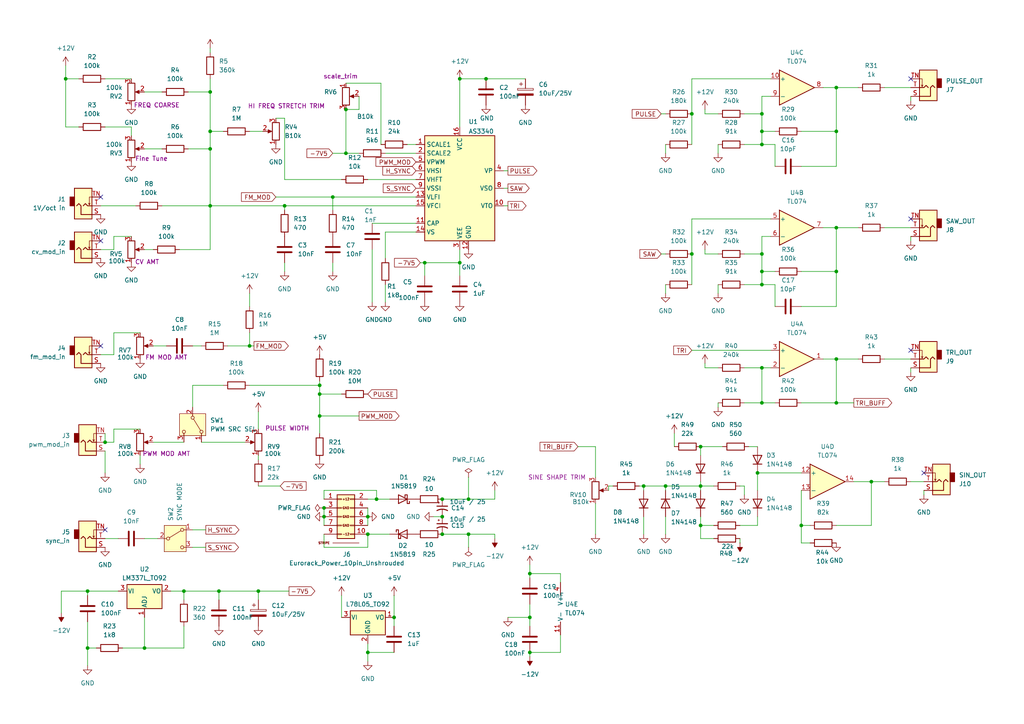
<source format=kicad_sch>
(kicad_sch (version 20231120) (generator "eeschema") (generator_version "8.0")
  (paper "A4")
  (title_block (title "3340 VCO") (date "2024-06-12") (rev "1") (company "Clandestine Circutry"))
  (junction (at 128.27 154.94))
  (junction (at 135.89 144.78))
  (junction (at 242.57 25.4))
  (junction (at 242.57 66.04))
  (junction (at 220.98 78.74))
  (junction (at 106.68 154.94))
  (junction (at 92.71 111.76))
  (junction (at 200.66 33.02))
  (junction (at 41.91 187.96))
  (junction (at 220.98 33.02))
  (junction (at 153.67 166.37))
  (junction (at 106.68 149.86))
  (junction (at 74.93 171.45))
  (junction (at 128.27 149.86))
  (junction (at 242.57 116.84))
  (junction (at 242.57 104.14))
  (junction (at 100.33 44.45))
  (junction (at 100.33 31.75))
  (junction (at 82.55 59.69))
  (junction (at 133.35 22.86))
  (junction (at 186.69 140.97))
  (junction (at 106.68 189.23))
  (junction (at 72.39 100.33))
  (junction (at 123.19 76.2))
  (junction (at 63.5 171.45))
  (junction (at 25.4 187.96))
  (junction (at 203.2 152.4))
  (junction (at 153.67 179.07))
  (junction (at 220.98 116.84))
  (junction (at 140.97 22.86))
  (junction (at 53.34 171.45))
  (junction (at 133.35 76.2))
  (junction (at 114.3 179.07))
  (junction (at 60.96 43.18))
  (junction (at 128.27 144.78))
  (junction (at 109.22 144.78))
  (junction (at 60.96 38.1))
  (junction (at 92.71 120.65))
  (junction (at 203.2 129.54))
  (junction (at 203.2 140.97))
  (junction (at 232.41 152.4))
  (junction (at 220.98 106.68))
  (junction (at 220.98 38.1))
  (junction (at 193.04 140.97))
  (junction (at 135.89 154.94))
  (junction (at 153.67 189.23))
  (junction (at 252.73 139.7))
  (junction (at 220.98 73.66))
  (junction (at 200.66 73.66))
  (junction (at 93.98 149.86))
  (junction (at 60.96 26.67))
  (junction (at 19.05 22.86))
  (junction (at 242.57 38.1))
  (junction (at 242.57 78.74))
  (junction (at 220.98 41.91))
  (junction (at 30.48 128.27))
  (junction (at 25.4 171.45))
  (junction (at 220.98 82.55))
  (junction (at 219.71 137.16))
  (junction (at 93.98 147.32))
  (junction (at 92.71 114.3))
  (junction (at 96.52 57.15))
  (junction (at 60.96 59.69))
  (no_connect (at 29.21 69.85))
  (no_connect (at 29.21 57.15))
  (no_connect (at 30.48 153.67))
  (no_connect (at 264.16 63.5))
  (no_connect (at 264.16 101.6))
  (no_connect (at 264.16 22.86))
  (no_connect (at 267.97 137.16))
  (no_connect (at 29.21 100.33))
  (wire (pts (xy 82.55 52.07) (xy 99.06 52.07)))
  (wire (pts (xy 200.66 22.86) (xy 223.52 22.86)))
  (wire (pts (xy 204.47 31.75) (xy 204.47 33.02)))
  (wire (pts (xy 29.21 102.87) (xy 33.02 102.87)))
  (wire (pts (xy 256.54 66.04) (xy 264.16 66.04)))
  (wire (pts (xy 41.91 43.18) (xy 46.99 43.18)))
  (wire (pts (xy 55.88 100.33) (xy 58.42 100.33)))
  (wire (pts (xy 74.93 140.97) (xy 81.28 140.97)))
  (wire (pts (xy 55.88 111.76) (xy 64.77 111.76)))
  (wire (pts (xy 111.76 44.45) (xy 120.65 44.45)))
  (wire (pts (xy 125.73 149.86) (xy 128.27 149.86)))
  (wire (pts (xy 104.14 31.75) (xy 104.14 27.94)))
  (wire (pts (xy 25.4 180.34) (xy 25.4 187.96)))
  (wire (pts (xy 106.68 189.23) (xy 114.3 189.23)))
  (wire (pts (xy 107.95 72.39) (xy 107.95 87.63)))
  (wire (pts (xy 92.71 120.65) (xy 104.14 120.65)))
  (wire (pts (xy 220.98 82.55) (xy 220.98 78.74)))
  (wire (pts (xy 215.9 33.02) (xy 220.98 33.02)))
  (wire (pts (xy 224.79 48.26) (xy 224.79 41.91)))
  (wire (pts (xy 220.98 38.1) (xy 220.98 33.02)))
  (wire (pts (xy 232.41 48.26) (xy 242.57 48.26)))
  (wire (pts (xy 186.69 140.97) (xy 193.04 140.97)))
  (wire (pts (xy 264.16 139.7) (xy 267.97 139.7)))
  (wire (pts (xy 92.71 120.65) (xy 92.71 125.73)))
  (wire (pts (xy 93.98 144.78) (xy 93.98 142.24)))
  (wire (pts (xy 63.5 171.45) (xy 63.5 173.99)))
  (wire (pts (xy 55.88 158.75) (xy 59.69 158.75)))
  (wire (pts (xy 30.48 36.83) (xy 38.1 36.83)))
  (wire (pts (xy 232.41 78.74) (xy 242.57 78.74)))
  (wire (pts (xy 252.73 139.7) (xy 256.54 139.7)))
  (wire (pts (xy 30.48 130.81) (xy 30.48 137.16)))
  (wire (pts (xy 93.98 158.75) (xy 106.68 158.75)))
  (wire (pts (xy 33.02 128.27) (xy 30.48 128.27)))
  (wire (pts (xy 72.39 100.33) (xy 72.39 96.52)))
  (wire (pts (xy 99.06 172.72) (xy 99.06 179.07)))
  (wire (pts (xy 200.66 73.66) (xy 200.66 63.5)))
  (wire (pts (xy 204.47 105.41) (xy 204.47 106.68)))
  (wire (pts (xy 19.05 22.86) (xy 22.86 22.86)))
  (wire (pts (xy 220.98 78.74) (xy 224.79 78.74)))
  (wire (pts (xy 135.89 144.78) (xy 143.51 144.78)))
  (wire (pts (xy 242.57 48.26) (xy 242.57 38.1)))
  (wire (pts (xy 200.66 73.66) (xy 200.66 82.55)))
  (wire (pts (xy 128.27 144.78) (xy 135.89 144.78)))
  (wire (pts (xy 219.71 137.16) (xy 219.71 142.24)))
  (wire (pts (xy 100.33 31.75) (xy 104.14 31.75)))
  (wire (pts (xy 147.32 179.07) (xy 153.67 179.07)))
  (wire (pts (xy 264.16 106.68) (xy 264.16 107.95)))
  (wire (pts (xy 220.98 106.68) (xy 223.52 106.68)))
  (wire (pts (xy 25.4 187.96) (xy 27.94 187.96)))
  (wire (pts (xy 44.45 128.27) (xy 53.34 128.27)))
  (wire (pts (xy 252.73 152.4) (xy 252.73 139.7)))
  (wire (pts (xy 220.98 68.58) (xy 223.52 68.58)))
  (wire (pts (xy 74.93 171.45) (xy 83.82 171.45)))
  (wire (pts (xy 133.35 72.39) (xy 133.35 76.2)))
  (wire (pts (xy 100.33 31.75) (xy 100.33 44.45)))
  (wire (pts (xy 29.21 72.39) (xy 33.02 72.39)))
  (wire (pts (xy 214.63 140.97) (xy 215.9 140.97)))
  (wire (pts (xy 147.32 49.53) (xy 146.05 49.53)))
  (wire (pts (xy 110.49 24.13) (xy 100.33 24.13)))
  (wire (pts (xy 82.55 76.2) (xy 82.55 78.74)))
  (wire (pts (xy 100.33 44.45) (xy 96.52 44.45)))
  (wire (pts (xy 191.77 33.02) (xy 193.04 33.02)))
  (wire (pts (xy 191.77 73.66) (xy 193.04 73.66)))
  (wire (pts (xy 193.04 140.97) (xy 193.04 142.24)))
  (wire (pts (xy 220.98 41.91) (xy 220.98 38.1)))
  (wire (pts (xy 153.67 179.07) (xy 153.67 181.61)))
  (wire (pts (xy 242.57 152.4) (xy 252.73 152.4)))
  (wire (pts (xy 41.91 179.07) (xy 41.91 187.96)))
  (wire (pts (xy 53.34 171.45) (xy 53.34 173.99)))
  (wire (pts (xy 82.55 60.96) (xy 82.55 59.69)))
  (wire (pts (xy 143.51 142.24) (xy 143.51 144.78)))
  (wire (pts (xy 96.52 76.2) (xy 96.52 78.74)))
  (wire (pts (xy 193.04 149.86) (xy 193.04 154.94)))
  (wire (pts (xy 22.86 36.83) (xy 19.05 36.83)))
  (wire (pts (xy 33.02 124.46) (xy 33.02 128.27)))
  (wire (pts (xy 60.96 43.18) (xy 60.96 38.1)))
  (wire (pts (xy 96.52 57.15) (xy 96.52 60.96)))
  (wire (pts (xy 128.27 154.94) (xy 135.89 154.94)))
  (wire (pts (xy 203.2 156.21) (xy 207.01 156.21)))
  (wire (pts (xy 60.96 26.67) (xy 60.96 22.86)))
  (wire (pts (xy 54.61 43.18) (xy 60.96 43.18)))
  (wire (pts (xy 93.98 149.86) (xy 93.98 152.4)))
  (wire (pts (xy 220.98 38.1) (xy 224.79 38.1)))
  (wire (pts (xy 208.28 82.55) (xy 208.28 85.09)))
  (wire (pts (xy 41.91 72.39) (xy 44.45 72.39)))
  (wire (pts (xy 120.65 67.31) (xy 111.76 67.31)))
  (wire (pts (xy 33.02 102.87) (xy 33.02 96.52)))
  (wire (pts (xy 167.64 129.54) (xy 172.72 129.54)))
  (wire (pts (xy 208.28 116.84) (xy 208.28 118.11)))
  (wire (pts (xy 256.54 104.14) (xy 264.16 104.14)))
  (wire (pts (xy 193.04 41.91) (xy 193.04 44.45)))
  (wire (pts (xy 111.76 82.55) (xy 111.76 87.63)))
  (wire (pts (xy 92.71 114.3) (xy 92.71 120.65)))
  (wire (pts (xy 215.9 41.91) (xy 220.98 41.91)))
  (wire (pts (xy 106.68 52.07) (xy 120.65 52.07)))
  (wire (pts (xy 152.4 22.86) (xy 140.97 22.86)))
  (wire (pts (xy 256.54 25.4) (xy 264.16 25.4)))
  (wire (pts (xy 118.11 41.91) (xy 120.65 41.91)))
  (wire (pts (xy 123.19 76.2) (xy 123.19 80.01)))
  (wire (pts (xy 186.69 149.86) (xy 186.69 154.94)))
  (wire (pts (xy 204.47 106.68) (xy 208.28 106.68)))
  (wire (pts (xy 242.57 25.4) (xy 238.76 25.4)))
  (wire (pts (xy 104.14 44.45) (xy 100.33 44.45)))
  (wire (pts (xy 33.02 68.58) (xy 38.1 68.58)))
  (wire (pts (xy 41.91 26.67) (xy 46.99 26.67)))
  (wire (pts (xy 140.97 22.86) (xy 133.35 22.86)))
  (wire (pts (xy 204.47 72.39) (xy 204.47 73.66)))
  (wire (pts (xy 242.57 78.74) (xy 242.57 66.04)))
  (wire (pts (xy 106.68 189.23) (xy 106.68 186.69)))
  (wire (pts (xy 153.67 166.37) (xy 153.67 163.83)))
  (wire (pts (xy 203.2 140.97) (xy 207.01 140.97)))
  (wire (pts (xy 29.21 59.69) (xy 39.37 59.69)))
  (wire (pts (xy 74.93 132.08) (xy 74.93 133.35)))
  (wire (pts (xy 153.67 175.26) (xy 153.67 179.07)))
  (wire (pts (xy 214.63 156.21) (xy 214.63 157.48)))
  (wire (pts (xy 92.71 111.76) (xy 92.71 114.3)))
  (wire (pts (xy 193.04 82.55) (xy 193.04 85.09)))
  (wire (pts (xy 55.88 153.67) (xy 59.69 153.67)))
  (wire (pts (xy 224.79 88.9) (xy 224.79 82.55)))
  (wire (pts (xy 264.16 27.94) (xy 264.16 29.21)))
  (wire (pts (xy 162.56 189.23) (xy 153.67 189.23)))
  (wire (pts (xy 203.2 129.54) (xy 209.55 129.54)))
  (wire (pts (xy 106.68 158.75) (xy 106.68 154.94)))
  (wire (pts (xy 19.05 36.83) (xy 19.05 22.86)))
  (wire (pts (xy 172.72 129.54) (xy 172.72 138.43)))
  (wire (pts (xy 267.97 142.24) (xy 267.97 143.51)))
  (wire (pts (xy 219.71 152.4) (xy 219.71 149.86)))
  (wire (pts (xy 40.64 132.08) (xy 40.64 134.62)))
  (wire (pts (xy 93.98 142.24) (xy 109.22 142.24)))
  (wire (pts (xy 72.39 85.09) (xy 72.39 88.9)))
  (wire (pts (xy 162.56 166.37) (xy 153.67 166.37)))
  (wire (pts (xy 114.3 179.07) (xy 114.3 181.61)))
  (wire (pts (xy 232.41 38.1) (xy 242.57 38.1)))
  (wire (pts (xy 242.57 116.84) (xy 242.57 104.14)))
  (wire (pts (xy 234.95 152.4) (xy 232.41 152.4)))
  (wire (pts (xy 204.47 73.66) (xy 208.28 73.66)))
  (wire (pts (xy 72.39 111.76) (xy 92.71 111.76)))
  (wire (pts (xy 120.65 59.69) (xy 82.55 59.69)))
  (wire (pts (xy 200.66 63.5) (xy 223.52 63.5)))
  (wire (pts (xy 203.2 129.54) (xy 203.2 132.08)))
  (wire (pts (xy 203.2 149.86) (xy 203.2 152.4)))
  (wire (pts (xy 220.98 106.68) (xy 220.98 116.84)))
  (wire (pts (xy 74.93 171.45) (xy 74.93 173.99)))
  (wire (pts (xy 114.3 172.72) (xy 114.3 179.07)))
  (wire (pts (xy 41.91 187.96) (xy 53.34 187.96)))
  (wire (pts (xy 203.2 152.4) (xy 203.2 156.21)))
  (wire (pts (xy 123.19 76.2) (xy 133.35 76.2)))
  (wire (pts (xy 40.64 124.46) (xy 33.02 124.46)))
  (wire (pts (xy 55.88 118.11) (xy 55.88 111.76)))
  (wire (pts (xy 17.78 171.45) (xy 25.4 171.45)))
  (wire (pts (xy 38.1 36.83) (xy 38.1 39.37)))
  (wire (pts (xy 111.76 67.31) (xy 111.76 74.93)))
  (wire (pts (xy 30.48 22.86) (xy 38.1 22.86)))
  (wire (pts (xy 92.71 114.3) (xy 99.06 114.3)))
  (wire (pts (xy 220.98 73.66) (xy 220.98 68.58)))
  (wire (pts (xy 215.9 116.84) (xy 220.98 116.84)))
  (wire (pts (xy 242.57 104.14) (xy 238.76 104.14)))
  (wire (pts (xy 60.96 38.1) (xy 64.77 38.1)))
  (wire (pts (xy 135.89 154.94) (xy 135.89 158.75)))
  (wire (pts (xy 60.96 13.97) (xy 60.96 15.24)))
  (wire (pts (xy 232.41 152.4) (xy 232.41 142.24)))
  (wire (pts (xy 25.4 171.45) (xy 25.4 172.72)))
  (wire (pts (xy 242.57 25.4) (xy 248.92 25.4)))
  (wire (pts (xy 133.35 80.01) (xy 133.35 76.2)))
  (wire (pts (xy 232.41 88.9) (xy 242.57 88.9)))
  (wire (pts (xy 220.98 27.94) (xy 223.52 27.94)))
  (wire (pts (xy 53.34 171.45) (xy 63.5 171.45)))
  (wire (pts (xy 46.99 59.69) (xy 60.96 59.69)))
  (wire (pts (xy 200.66 33.02) (xy 200.66 22.86)))
  (wire (pts (xy 176.53 140.97) (xy 177.8 140.97)))
  (wire (pts (xy 143.51 154.94) (xy 143.51 156.21)))
  (wire (pts (xy 186.69 140.97) (xy 186.69 142.24)))
  (wire (pts (xy 17.78 177.8) (xy 17.78 171.45)))
  (wire (pts (xy 204.47 33.02) (xy 208.28 33.02)))
  (wire (pts (xy 200.66 33.02) (xy 200.66 41.91)))
  (wire (pts (xy 41.91 156.21) (xy 45.72 156.21)))
  (wire (pts (xy 153.67 190.5) (xy 153.67 189.23)))
  (wire (pts (xy 80.01 57.15) (xy 96.52 57.15)))
  (wire (pts (xy 214.63 152.4) (xy 219.71 152.4)))
  (wire (pts (xy 224.79 41.91) (xy 220.98 41.91)))
  (wire (pts (xy 106.68 149.86) (xy 106.68 152.4)))
  (wire (pts (xy 82.55 52.07) (xy 82.55 34.29)))
  (wire (pts (xy 203.2 152.4) (xy 207.01 152.4)))
  (wire (pts (xy 25.4 187.96) (xy 25.4 193.04)))
  (wire (pts (xy 220.98 116.84) (xy 224.79 116.84)))
  (wire (pts (xy 153.67 167.64) (xy 153.67 166.37)))
  (wire (pts (xy 60.96 43.18) (xy 60.96 59.69)))
  (wire (pts (xy 162.56 168.91) (xy 162.56 166.37)))
  (wire (pts (xy 109.22 144.78) (xy 113.03 144.78)))
  (wire (pts (xy 74.93 119.38) (xy 74.93 124.46)))
  (wire (pts (xy 195.58 125.73) (xy 195.58 129.54)))
  (wire (pts (xy 162.56 184.15) (xy 162.56 189.23)))
  (wire (pts (xy 147.32 59.69) (xy 146.05 59.69)))
  (wire (pts (xy 232.41 116.84) (xy 242.57 116.84)))
  (wire (pts (xy 242.57 66.04) (xy 248.92 66.04)))
  (wire (pts (xy 107.95 64.77) (xy 120.65 64.77)))
  (wire (pts (xy 49.53 171.45) (xy 53.34 171.45)))
  (wire (pts (xy 172.72 146.05) (xy 172.72 154.94)))
  (wire (pts (xy 35.56 187.96) (xy 41.91 187.96)))
  (wire (pts (xy 82.55 34.29) (xy 80.01 34.29)))
  (wire (pts (xy 135.89 138.43) (xy 135.89 144.78)))
  (wire (pts (xy 242.57 66.04) (xy 238.76 66.04)))
  (wire (pts (xy 242.57 38.1) (xy 242.57 25.4)))
  (wire (pts (xy 72.39 100.33) (xy 73.66 100.33)))
  (wire (pts (xy 215.9 73.66) (xy 220.98 73.66)))
  (wire (pts (xy 93.98 154.94) (xy 93.98 158.75)))
  (wire (pts (xy 110.49 41.91) (xy 110.49 24.13)))
  (wire (pts (xy 219.71 137.16) (xy 232.41 137.16)))
  (wire (pts (xy 53.34 187.96) (xy 53.34 181.61)))
  (wire (pts (xy 33.02 72.39) (xy 33.02 68.58)))
  (wire (pts (xy 232.41 157.48) (xy 232.41 152.4)))
  (wire (pts (xy 106.68 154.94) (xy 113.03 154.94)))
  (wire (pts (xy 264.16 68.58) (xy 264.16 69.85)))
  (wire (pts (xy 220.98 33.02) (xy 220.98 27.94)))
  (wire (pts (xy 234.95 157.48) (xy 232.41 157.48)))
  (wire (pts (xy 185.42 140.97) (xy 186.69 140.97)))
  (wire (pts (xy 54.61 26.67) (xy 60.96 26.67)))
  (wire (pts (xy 203.2 140.97) (xy 203.2 142.24)))
  (wire (pts (xy 224.79 82.55) (xy 220.98 82.55)))
  (wire (pts (xy 200.66 101.6) (xy 223.52 101.6)))
  (wire (pts (xy 109.22 142.24) (xy 109.22 144.78)))
  (wire (pts (xy 147.32 54.61) (xy 146.05 54.61)))
  (wire (pts (xy 220.98 78.74) (xy 220.98 73.66)))
  (wire (pts (xy 33.02 96.52) (xy 40.64 96.52)))
  (wire (pts (xy 93.98 147.32) (xy 93.98 149.86)))
  (wire (pts (xy 25.4 171.45) (xy 34.29 171.45)))
  (wire (pts (xy 60.96 38.1) (xy 60.96 26.67)))
  (wire (pts (xy 60.96 59.69) (xy 60.96 72.39)))
  (wire (pts (xy 92.71 111.76) (xy 92.71 110.49)))
  (wire (pts (xy 203.2 140.97) (xy 193.04 140.97)))
  (wire (pts (xy 176.53 140.97) (xy 176.53 142.24)))
  (wire (pts (xy 63.5 171.45) (xy 74.93 171.45)))
  (wire (pts (xy 242.57 104.14) (xy 248.92 104.14)))
  (wire (pts (xy 217.17 129.54) (xy 219.71 129.54)))
  (wire (pts (xy 247.65 139.7) (xy 252.73 139.7)))
  (wire (pts (xy 19.05 19.05) (xy 19.05 22.86)))
  (wire (pts (xy 208.28 41.91) (xy 208.28 44.45)))
  (wire (pts (xy 52.07 72.39) (xy 60.96 72.39)))
  (wire (pts (xy 215.9 140.97) (xy 215.9 143.51)))
  (wire (pts (xy 44.45 100.33) (xy 48.26 100.33)))
  (wire (pts (xy 215.9 106.68) (xy 220.98 106.68)))
  (wire (pts (xy 30.48 156.21) (xy 34.29 156.21)))
  (wire (pts (xy 30.48 125.73) (xy 30.48 128.27)))
  (wire (pts (xy 82.55 59.69) (xy 60.96 59.69)))
  (wire (pts (xy 58.42 128.27) (xy 71.12 128.27)))
  (wire (pts (xy 242.57 116.84) (xy 247.65 116.84)))
  (wire (pts (xy 133.35 22.86) (xy 133.35 36.83)))
  (wire (pts (xy 66.04 100.33) (xy 72.39 100.33)))
  (wire (pts (xy 135.89 154.94) (xy 143.51 154.94)))
  (wire (pts (xy 109.22 144.78) (xy 106.68 144.78)))
  (wire (pts (xy 242.57 88.9) (xy 242.57 78.74)))
  (wire (pts (xy 203.2 139.7) (xy 203.2 140.97)))
  (wire (pts (xy 96.52 57.15) (xy 120.65 57.15)))
  (wire (pts (xy 72.39 38.1) (xy 76.2 38.1)))
  (wire (pts (xy 106.68 147.32) (xy 106.68 149.86)))
  (wire (pts (xy 121.92 76.2) (xy 123.19 76.2)))
  (wire (pts (xy 215.9 82.55) (xy 220.98 82.55)))
  (wire (pts (xy 106.68 191.77) (xy 106.68 189.23)))
  (global_label "H_SYNC" (shape output) (at 59.69 153.67 0) (property "Intersheetrefs" "${INTERSHEET_REFS}" (effects (hide yes))))
  (global_label "-7V5" (shape output) (at 83.82 171.45 0) (property "Intersheetrefs" "${INTERSHEET_REFS}" (effects (hide yes))))
  (global_label "PULSE" (shape input) (at 106.68 114.3 0) (property "Intersheetrefs" "${INTERSHEET_REFS}" (effects (hide yes))))
  (global_label "FM_MOD" (shape input) (at 80.01 57.15 180) (property "Intersheetrefs" "${INTERSHEET_REFS}" (effects (hide yes))))
  (global_label "-7V5" (shape input) (at 121.92 76.2 180) (property "Intersheetrefs" "${INTERSHEET_REFS}" (effects (hide yes))))
  (global_label "H_SYNC" (shape input) (at 120.65 49.53 180) (property "Intersheetrefs" "${INTERSHEET_REFS}" (effects (hide yes))))
  (global_label "PULSE" (shape output) (at 147.32 49.53 0) (property "Intersheetrefs" "${INTERSHEET_REFS}" (effects (hide yes))))
  (global_label "FM_MOD" (shape output) (at 73.66 100.33 0) (property "Intersheetrefs" "${INTERSHEET_REFS}" (effects (hide yes))))
  (global_label "TRI_BUFF" (shape output) (at 247.65 116.84 0) (property "Intersheetrefs" "${INTERSHEET_REFS}" (effects (hide yes))))
  (global_label "-7V5" (shape input) (at 81.28 140.97 0) (property "Intersheetrefs" "${INTERSHEET_REFS}" (effects (hide yes))))
  (global_label "SAW" (shape input) (at 191.77 73.66 180) (property "Intersheetrefs" "${INTERSHEET_REFS}" (effects (hide yes))))
  (global_label "PWM_MOD" (shape input) (at 120.65 46.99 180) (property "Intersheetrefs" "${INTERSHEET_REFS}" (effects (hide yes))))
  (global_label "TRI_BUFF" (shape input) (at 167.64 129.54 180) (property "Intersheetrefs" "${INTERSHEET_REFS}" (effects (hide yes))))
  (global_label "S_SYNC" (shape output) (at 59.69 158.75 0) (property "Intersheetrefs" "${INTERSHEET_REFS}" (effects (hide yes))))
  (global_label "S_SYNC" (shape input) (at 120.65 54.61 180) (property "Intersheetrefs" "${INTERSHEET_REFS}" (effects (hide yes))))
  (global_label "PULSE" (shape input) (at 191.77 33.02 180) (property "Intersheetrefs" "${INTERSHEET_REFS}" (effects (hide yes))))
  (global_label "TRI" (shape input) (at 200.66 101.6 180) (property "Intersheetrefs" "${INTERSHEET_REFS}" (effects (hide yes))))
  (global_label "-7V5" (shape input) (at 96.52 44.45 180) (property "Intersheetrefs" "${INTERSHEET_REFS}" (effects (hide yes))))
  (global_label "SAW" (shape output) (at 147.32 54.61 0) (property "Intersheetrefs" "${INTERSHEET_REFS}" (effects (hide yes))))
  (global_label "PWM_MOD" (shape output) (at 104.14 120.65 0) (property "Intersheetrefs" "${INTERSHEET_REFS}" (effects (hide yes))))
  (global_label "TRI" (shape output) (at 147.32 59.69 0) (property "Intersheetrefs" "${INTERSHEET_REFS}" (effects (hide yes))))
  (symbol (lib_id "PCM_4ms_Power-symbol:GND") (at 125.73 149.86 270) (unit 1)
    (property "Reference" "#PWR038" (effects (hide yes)))
    (property "Value" "GND" (at 121.92 149.8599 90) (effects (justify right)))
  )
  (symbol (lib_id "Amplifier_Operational:TL074") (at 240.03 139.7 0) (unit 4)
    (property "Reference" "U4" (at 240.03 129.54 0))
    (property "Value" "TL074" (at 240.03 132.08 0))
    (property "Footprint" "Package_SO:SO-14_3.9x8.65mm_P1.27mm" (effects (hide yes)))
    (property "Datasheet" "http://www.ti.com/lit/ds/symlink/tl071.pdf" (effects (hide yes)))
    (property "Description" "Quad Low-Noise JFET-Input Operational Amplifiers, DIP-14/SOIC-14" (effects (hide yes)))
  )
  (symbol (lib_id "Device:R") (at 238.76 152.4 90) (unit 1)
    (property "Reference" "R39" (at 238.76 146.05 90))
    (property "Value" "82k" (at 238.76 148.59 90))
    (property "Footprint" "Resistor_SMD:R_0805_2012Metric_Pad1.20x1.40mm_HandSolder" (effects (hide yes)))
    (property "Description" "Resistor" (effects (hide yes)))
  )
  (symbol (lib_id "Connector_Audio:AudioJack2_SwitchT") (at 25.4 128.27 0) (mirror x) (unit 1)
    (property "Reference" "J3" (at 20.32 126.3649 0) (effects (justify right)))
    (property "Value" "pwm_mod_in" (at 20.32 128.9049 0) (effects (justify right)))
    (property "Footprint" "mort_mix:PJ398SM" (effects (hide yes)))
    (property "Description" "Audio Jack, 2 Poles (Mono / TS), Switched T Pole (Normalling)" (effects (hide yes)))
  )
  (symbol (lib_id "PCM_4ms_Power-symbol:+12V") (at 204.47 72.39 0) (unit 1)
    (property "Reference" "#PWR046" (effects (hide yes)))
    (property "Value" "+12V" (at 204.47 67.31 0))
  )
  (symbol (lib_id "Device:R_Potentiometer") (at 40.64 100.33 0) (mirror x) (unit 1)
    (property "Reference" "RV7" (at 38.1 101.6001 0) (effects (justify right)))
    (property "Value" "100k" (at 38.862 103.632 0) (effects (justify right)))
    (property "Footprint" "mort_mix:Potentiometer_Alpha_RD901F-40-00D_Single_Vertical_withhole" (effects (hide yes)))
    (property "Description" "FM MOD AMT" (at 48.26 103.632 0))
  )
  (symbol (lib_id "Amplifier_Operational:TL074") (at 231.14 104.14 0) (unit 1)
    (property "Reference" "U4" (at 231.14 93.98 0))
    (property "Value" "TL074" (at 231.14 96.52 0))
    (property "Footprint" "Package_SO:SO-14_3.9x8.65mm_P1.27mm" (effects (hide yes)))
    (property "Datasheet" "http://www.ti.com/lit/ds/symlink/tl071.pdf" (effects (hide yes)))
    (property "Description" "Quad Low-Noise JFET-Input Operational Amplifiers, DIP-14/SOIC-14" (effects (hide yes)))
  )
  (symbol (lib_id "PCM_4ms_Power-symbol:GND") (at 172.72 154.94 0) (unit 1)
    (property "Reference" "#PWR058" (effects (hide yes)))
    (property "Value" "GND" (at 172.72 160.02 0))
  )
  (symbol (lib_id "PCM_4ms_Power-symbol:+12V") (at 133.35 22.86 0) (unit 1)
    (property "Reference" "#PWR011" (effects (hide yes)))
    (property "Value" "+12V" (at 133.35 17.78 0))
  )
  (symbol (lib_id "Device:R") (at 228.6 38.1 90) (unit 1)
    (property "Reference" "R29" (at 228.6 31.75 90))
    (property "Value" "100k" (at 228.6 34.29 90))
    (property "Footprint" "Resistor_SMD:R_0805_2012Metric_Pad1.20x1.40mm_HandSolder" (effects (hide yes)))
    (property "Description" "Resistor" (effects (hide yes)))
  )
  (symbol (lib_id "Device:R") (at 210.82 140.97 90) (unit 1)
    (property "Reference" "R46" (at 210.82 134.62 90))
    (property "Value" "1k" (at 210.82 137.16 90))
    (property "Footprint" "Resistor_SMD:R_0805_2012Metric_Pad1.20x1.40mm_HandSolder" (effects (hide yes)))
    (property "Description" "Resistor" (effects (hide yes)))
  )
  (symbol (lib_id "PCM_4ms_Power-symbol:GND") (at 193.04 44.45 0) (unit 1)
    (property "Reference" "#PWR042" (effects (hide yes)))
    (property "Value" "GND" (at 193.04 49.53 0))
  )
  (symbol (lib_id "power:PWR_FLAG") (at 93.98 147.32 90) (unit 1)
    (property "Reference" "#FLG03" (effects (hide yes)))
    (property "Value" "PWR_FLAG" (at 90.17 147.3199 90) (effects (justify left)))
    (property "Description" "Special symbol for telling ERC where power comes from" (effects (hide yes)))
  )
  (symbol (lib_id "Device:C") (at 96.52 72.39 0) (unit 1)
    (property "Reference" "C7" (at 100.33 71.1199 0) (effects (justify left)))
    (property "Value" "10nF" (at 100.33 73.6599 0) (effects (justify left)))
    (property "Footprint" "Capacitor_SMD:C_0805_2012Metric_Pad1.18x1.45mm_HandSolder" (effects (hide yes)))
    (property "Description" "Unpolarized capacitor" (effects (hide yes)))
  )
  (symbol (lib_id "PCM_4ms_Power-symbol:GND") (at 242.57 157.48 0) (unit 1)
    (property "Reference" "#PWR053" (effects (hide yes)))
    (property "Value" "GND" (at 242.57 162.56 0))
  )
  (symbol (lib_id "Regulator_Linear:LM337L_TO92") (at 41.91 171.45 0) (mirror x) (unit 1)
    (property "Reference" "U2" (at 41.91 165.1 0))
    (property "Value" "LM337L_TO92" (at 41.91 167.64 0))
    (property "Footprint" "Package_SO:SO-8_3.9x4.9mm_P1.27mm" (effects (hide yes)))
    (property "Datasheet" "http://www.ti.com/lit/ds/symlink/lm337l.pdf" (effects (hide yes)))
    (property "Description" "Negative 100mA 35V Adjustable Linear Regulator, TO-92" (effects (hide yes)))
  )
  (symbol (lib_id "Connector_Audio:AudioJack2_SwitchT") (at 24.13 102.87 0) (mirror x) (unit 1)
    (property "Reference" "J4" (at 19.05 100.9649 0) (effects (justify right)))
    (property "Value" "fm_mod_in" (at 19.05 103.5049 0) (effects (justify right)))
    (property "Footprint" "mort_mix:PJ398SM" (effects (hide yes)))
    (property "Description" "Audio Jack, 2 Poles (Mono / TS), Switched T Pole (Normalling)" (effects (hide yes)))
  )
  (symbol (lib_id "Device:R_Potentiometer") (at 172.72 142.24 0) (mirror x) (unit 1)
    (property "Reference" "RV10" (at 170.18 143.5101 0) (effects (justify right)))
    (property "Value" "B10k" (at 170.942 145.542 0) (effects (justify right)))
    (property "Footprint" "Potentiometer_THT:Potentiometer_Vishay_T73XX_Horizontal" (effects (hide yes)))
    (property "Description" "SINE SHAPE TRIM" (at 161.544 138.43 0))
  )
  (symbol (lib_id "PCM_4ms_Power-symbol:GND") (at 40.64 104.14 0) (unit 1)
    (property "Reference" "#PWR021" (effects (hide yes)))
    (property "Value" "GND" (at 40.64 109.22 0))
  )
  (symbol (lib_id "Device:R_Potentiometer") (at 80.01 38.1 180) (unit 1)
    (property "Reference" "RV4" (at 82.55 36.8299 0) (effects (justify right)))
    (property "Value" "B10k" (at 82.55 39.3699 0) (effects (justify right)))
    (property "Footprint" "Potentiometer_THT:Potentiometer_Vishay_T73XX_Horizontal" (effects (hide yes)))
    (property "Description" "HI FREQ STRETCH TRIM" (at 83.058 30.734 0))
  )
  (symbol (lib_id "Device:R") (at 252.73 25.4 90) (unit 1)
    (property "Reference" "R31" (at 252.73 19.05 90))
    (property "Value" "1k" (at 252.73 21.59 90))
    (property "Footprint" "Resistor_SMD:R_0805_2012Metric_Pad1.20x1.40mm_HandSolder" (effects (hide yes)))
    (property "Description" "Resistor" (effects (hide yes)))
  )
  (symbol (lib_id "Device:C") (at 63.5 177.8 180) (unit 1)
    (property "Reference" "C11" (at 67.31 176.5299 0) (effects (justify right)))
    (property "Value" "100nF" (at 67.31 179.0699 0) (effects (justify right)))
    (property "Footprint" "Capacitor_SMD:C_0805_2012Metric_Pad1.18x1.45mm_HandSolder" (effects (hide yes)))
    (property "Description" "Unpolarized capacitor" (effects (hide yes)))
  )
  (symbol (lib_id "PCM_4ms_Power-symbol:+12V") (at 60.96 13.97 0) (unit 1)
    (property "Reference" "#PWR05" (effects (hide yes)))
    (property "Value" "+12V" (effects (hide yes)))
  )
  (symbol (lib_id "power:PWR_FLAG") (at 135.89 138.43 0) (unit 1)
    (property "Reference" "#FLG01" (effects (hide yes)))
    (property "Value" "PWR_FLAG" (at 135.89 133.35 0))
    (property "Description" "Special symbol for telling ERC where power comes from" (effects (hide yes)))
  )
  (symbol (lib_id "PCM_4ms_Power-symbol:GND") (at 106.68 191.77 0) (unit 1)
    (property "Reference" "#PWR033" (effects (hide yes)))
    (property "Value" "GND" (at 106.68 196.85 0))
  )
  (symbol (lib_id "power:-12V") (at 17.78 177.8 180) (unit 1)
    (property "Reference" "#PWR030" (effects (hide yes)))
    (property "Value" "-12V" (at 17.78 182.88 0))
    (property "Description" "Power symbol creates a global label with name \"-12V\"" (effects (hide yes)))
  )
  (symbol (lib_id "PCM_4ms_Power-symbol:GND") (at 29.21 62.23 0) (unit 1)
    (property "Reference" "#PWR09" (effects (hide yes)))
    (property "Value" "GND" (at 29.21 67.31 0))
  )
  (symbol (lib_id "Connector_Audio:AudioJack2_SwitchT") (at 269.24 66.04 180) (unit 1)
    (property "Reference" "J8" (at 274.32 66.6751 0) (effects (justify right)))
    (property "Value" "SAW_OUT" (at 274.32 64.1351 0) (effects (justify right)))
    (property "Footprint" "mort_mix:PJ398SM" (effects (hide yes)))
    (property "Description" "Audio Jack, 2 Poles (Mono / TS), Switched T Pole (Normalling)" (effects (hide yes)))
  )
  (symbol (lib_id "PCM_4ms_Capacitor:47uF_5x5.3_16V") (at 128.27 152.4 0) (unit 1)
    (property "Reference" "C15" (at 130.81 152.4 0) (effects (justify left)))
    (property "Value" "10uF / 25" (at 135.636 150.622 0))
    (property "Footprint" "Capacitor_THT:CP_Radial_D4.0mm_P2.00mm" (effects (hide yes)))
    (property "Description" "47uF, 16V, 20%, 5.00mmD*5.30mmH, 2000Hrs@85℃" (effects (hide yes)))
    (property "Specifications" "47uF, 16V, 20%, 5.00mmD*5.30mmH, 2000Hrs@85℃" (effects (hide yes)))
    (property "Manufacturer" "Lelon" (effects (hide yes)))
    (property "Part Number" "VE-470M1CTR-0505" (effects (hide yes)))
    (property "Display" "47uF/16V" (effects (hide yes)))
    (property "JLCPCB ID" "C134798" (effects (hide yes)))
  )
  (symbol (lib_id "Device:R") (at 50.8 43.18 90) (unit 1)
    (property "Reference" "R6" (at 50.8 36.83 90))
    (property "Value" "100k" (at 50.8 39.37 90))
    (property "Footprint" "Resistor_SMD:R_0805_2012Metric_Pad1.20x1.40mm_HandSolder" (effects (hide yes)))
    (property "Description" "Resistor" (effects (hide yes)))
  )
  (symbol (lib_id "Device:R") (at 212.09 33.02 90) (unit 1)
    (property "Reference" "R30" (at 212.09 26.67 90))
    (property "Value" "240k" (at 212.09 29.21 90))
    (property "Footprint" "Resistor_SMD:R_0805_2012Metric_Pad1.20x1.40mm_HandSolder" (effects (hide yes)))
    (property "Description" "Resistor" (effects (hide yes)))
  )
  (symbol (lib_id "Device:R_Potentiometer") (at 40.64 128.27 0) (mirror x) (unit 1)
    (property "Reference" "RV8" (at 38.1 129.5401 0) (effects (justify right)))
    (property "Value" "100k" (at 38.862 131.572 0) (effects (justify right)))
    (property "Footprint" "mort_mix:Potentiometer_Alpha_RD901F-40-00D_Single_Vertical_withhole" (effects (hide yes)))
    (property "Description" "PWM MOD AMT" (at 48.26 131.572 0))
  )
  (symbol (lib_id "Device:R") (at 212.09 116.84 90) (unit 1)
    (property "Reference" "R41" (at 212.09 110.49 90))
    (property "Value" "91k" (at 212.09 113.03 90))
    (property "Footprint" "Resistor_SMD:R_0805_2012Metric_Pad1.20x1.40mm_HandSolder" (effects (hide yes)))
    (property "Description" "Resistor" (effects (hide yes)))
  )
  (symbol (lib_id "Device:R") (at 252.73 66.04 90) (unit 1)
    (property "Reference" "R37" (at 252.73 59.69 90))
    (property "Value" "1k" (at 252.73 62.23 90))
    (property "Footprint" "Resistor_SMD:R_0805_2012Metric_Pad1.20x1.40mm_HandSolder" (effects (hide yes)))
    (property "Description" "Resistor" (effects (hide yes)))
  )
  (symbol (lib_id "Device:R") (at 60.96 19.05 180) (unit 1)
    (property "Reference" "R5" (at 63.5 17.7799 0) (effects (justify right)))
    (property "Value" "360k" (at 63.5 20.3199 0) (effects (justify right)))
    (property "Footprint" "Resistor_SMD:R_0805_2012Metric_Pad1.20x1.40mm_HandSolder" (effects (hide yes)))
    (property "Description" "Resistor" (effects (hide yes)))
  )
  (symbol (lib_id "Device:R") (at 228.6 78.74 90) (unit 1)
    (property "Reference" "R36" (at 228.6 72.39 90))
    (property "Value" "100k" (at 228.6 74.93 90))
    (property "Footprint" "Resistor_SMD:R_0805_2012Metric_Pad1.20x1.40mm_HandSolder" (effects (hide yes)))
    (property "Description" "Resistor" (effects (hide yes)))
  )
  (symbol (lib_id "PCM_4ms_Power-symbol:GND") (at 29.21 105.41 0) (unit 1)
    (property "Reference" "#PWR020" (effects (hide yes)))
    (property "Value" "GND" (at 29.21 110.49 0))
  )
  (symbol (lib_id "PCM_4ms_Power-symbol:GND") (at 133.35 87.63 0) (unit 1)
    (property "Reference" "#PWR016" (effects (hide yes)))
    (property "Value" "GND" (at 133.35 92.71 0))
  )
  (symbol (lib_id "PCM_4ms_Power-symbol:GND") (at 107.95 87.63 0) (unit 1)
    (property "Reference" "#PWR02" (effects (hide yes)))
    (property "Value" "GND" (at 107.95 92.71 0))
  )
  (symbol (lib_id "Device:R") (at 228.6 116.84 90) (unit 1)
    (property "Reference" "R42" (at 228.6 110.49 90))
    (property "Value" "100k" (at 228.6 113.03 90))
    (property "Footprint" "Resistor_SMD:R_0805_2012Metric_Pad1.20x1.40mm_HandSolder" (effects (hide yes)))
    (property "Description" "Resistor" (effects (hide yes)))
  )
  (symbol (lib_id "Device:R_Potentiometer") (at 38.1 72.39 0) (mirror x) (unit 1)
    (property "Reference" "RV5" (at 35.56 73.6601 0) (effects (justify right)))
    (property "Value" "100k" (at 36.322 75.692 0) (effects (justify right)))
    (property "Footprint" "mort_mix:Potentiometer_Alpha_RD901F-40-00D_Single_Vertical_withhole" (effects (hide yes)))
    (property "Description" "CV AMT" (at 42.672 75.946 0))
  )
  (symbol (lib_id "Connector_Audio:AudioJack2_SwitchT") (at 25.4 156.21 0) (mirror x) (unit 1)
    (property "Reference" "J5" (at 20.32 154.3049 0) (effects (justify right)))
    (property "Value" "sync_in" (at 20.32 156.8449 0) (effects (justify right)))
    (property "Footprint" "mort_mix:PJ398SM" (effects (hide yes)))
    (property "Description" "Audio Jack, 2 Poles (Mono / TS), Switched T Pole (Normalling)" (effects (hide yes)))
  )
  (symbol (lib_id "PCM_4ms_Power-symbol:GND") (at 106.68 149.86 90) (unit 1)
    (property "Reference" "#PWR037" (effects (hide yes)))
    (property "Value" "GND" (at 110.49 149.8599 90) (effects (justify right)))
  )
  (symbol (lib_id "Device:R") (at 196.85 41.91 90) (mirror x) (unit 1)
    (property "Reference" "R27" (at 196.85 35.56 90))
    (property "Value" "100k" (at 196.85 38.1 90))
    (property "Footprint" "Resistor_SMD:R_0805_2012Metric_Pad1.20x1.40mm_HandSolder" (effects (hide yes)))
    (property "Description" "Resistor" (effects (hide yes)))
  )
  (symbol (lib_id "Device:R") (at 102.87 52.07 90) (unit 1)
    (property "Reference" "R12" (at 102.87 45.72 90))
    (property "Value" "10k" (at 102.87 48.26 90))
    (property "Footprint" "Resistor_SMD:R_0805_2012Metric_Pad1.20x1.40mm_HandSolder" (effects (hide yes)))
    (property "Description" "Resistor" (effects (hide yes)))
  )
  (symbol (lib_id "Amplifier_Operational:TL074") (at 231.14 25.4 0) (unit 3)
    (property "Reference" "U4" (at 231.14 15.24 0))
    (property "Value" "TL074" (at 231.14 17.78 0))
    (property "Footprint" "Package_SO:SO-14_3.9x8.65mm_P1.27mm" (effects (hide yes)))
    (property "Datasheet" "http://www.ti.com/lit/ds/symlink/tl071.pdf" (effects (hide yes)))
    (property "Description" "Quad Low-Noise JFET-Input Operational Amplifiers, DIP-14/SOIC-14" (effects (hide yes)))
  )
  (symbol (lib_id "power:+5V") (at 74.93 119.38 0) (unit 1)
    (property "Reference" "#PWR025" (effects (hide yes)))
    (property "Value" "+5V" (at 74.93 114.3 0))
    (property "Description" "Power symbol creates a global label with name \"+5V\"" (effects (hide yes)))
  )
  (symbol (lib_id "PCM_4ms_Power-symbol:GND") (at 38.1 46.99 0) (unit 1)
    (property "Reference" "#PWR07" (effects (hide yes)))
    (property "Value" "GND" (at 38.1 52.07 0))
  )
  (symbol (lib_id "Device:R_Potentiometer") (at 38.1 26.67 0) (mirror x) (unit 1)
    (property "Reference" "RV2" (at 35.56 27.9401 0) (effects (justify right)))
    (property "Value" "100k" (at 35.56 25.4001 0) (effects (justify right)))
    (property "Footprint" "mort_mix:Potentiometer_Alpha_RD901F-40-00D_Single_Vertical_withhole" (effects (hide yes)))
    (property "Description" "FREQ COARSE" (at 45.466 30.48 0))
  )
  (symbol (lib_id "Device:C") (at 107.95 68.58 0) (unit 1)
    (property "Reference" "C1" (at 105.664 61.214 0) (effects (justify left)))
    (property "Value" "1nF" (at 105.664 63.754 0) (effects (justify left)))
    (property "Footprint" "Capacitor_SMD:C_0805_2012Metric_Pad1.18x1.45mm_HandSolder" (effects (hide yes)))
    (property "Description" "Unpolarized capacitor" (effects (hide yes)))
  )
  (symbol (lib_id "Device:R") (at 260.35 139.7 90) (unit 1)
    (property "Reference" "R38" (at 260.35 133.35 90))
    (property "Value" "1k" (at 260.35 135.89 90))
    (property "Footprint" "Resistor_SMD:R_0805_2012Metric_Pad1.20x1.40mm_HandSolder" (effects (hide yes)))
    (property "Description" "Resistor" (effects (hide yes)))
  )
  (symbol (lib_id "Device:R") (at 212.09 106.68 90) (unit 1)
    (property "Reference" "R40" (at 212.09 100.33 90))
    (property "Value" "240k" (at 212.09 102.87 90))
    (property "Footprint" "Resistor_SMD:R_0805_2012Metric_Pad1.20x1.40mm_HandSolder" (effects (hide yes)))
    (property "Description" "Resistor" (effects (hide yes)))
  )
  (symbol (lib_id "Device:R") (at 210.82 156.21 90) (unit 1)
    (property "Reference" "R48" (at 210.566 160.528 90))
    (property "Value" "22k" (at 211.074 158.496 90))
    (property "Footprint" "Resistor_SMD:R_0805_2012Metric_Pad1.20x1.40mm_HandSolder" (effects (hide yes)))
    (property "Description" "Resistor" (effects (hide yes)))
  )
  (symbol (lib_id "power:-12V") (at 153.67 190.5 180) (unit 1)
    (property "Reference" "#PWR060" (effects (hide yes)))
    (property "Value" "-12V" (at 153.67 195.58 0))
    (property "Description" "Power symbol creates a global label with name \"-12V\"" (effects (hide yes)))
  )
  (symbol (lib_id "Device:R") (at 252.73 104.14 90) (unit 1)
    (property "Reference" "R43" (at 252.73 97.79 90))
    (property "Value" "1k" (at 252.73 100.33 90))
    (property "Footprint" "Resistor_SMD:R_0805_2012Metric_Pad1.20x1.40mm_HandSolder" (effects (hide yes)))
    (property "Description" "Resistor" (effects (hide yes)))
  )
  (symbol (lib_id "PCM_4ms_Power-symbol:GND") (at 63.5 181.61 0) (unit 1)
    (property "Reference" "#PWR031" (effects (hide yes)))
    (property "Value" "GND" (at 63.5 186.69 0))
  )
  (symbol (lib_id "Device:R") (at 26.67 22.86 90) (unit 1)
    (property "Reference" "R2" (at 26.67 16.51 90))
    (property "Value" "100k" (at 26.67 19.05 90))
    (property "Footprint" "Resistor_SMD:R_0805_2012Metric_Pad1.20x1.40mm_HandSolder" (effects (hide yes)))
    (property "Description" "Resistor" (effects (hide yes)))
  )
  (symbol (lib_id "Device:R") (at 114.3 41.91 90) (unit 1)
    (property "Reference" "R10" (at 114.3 35.56 90))
    (property "Value" "24k" (at 114.3 38.1 90))
    (property "Footprint" "Resistor_SMD:R_0805_2012Metric_Pad1.20x1.40mm_HandSolder" (effects (hide yes)))
    (property "Description" "Resistor" (effects (hide yes)))
  )
  (symbol (lib_id "Diode:1N5819") (at 116.84 144.78 180) (unit 1)
    (property "Reference" "D1" (at 117.1575 138.43 0))
    (property "Value" "1N5819" (at 117.1575 140.97 0))
    (property "Footprint" "Diode_SMD:D_SOD-323F" (effects (hide yes)))
    (property "Datasheet" "http://www.vishay.com/docs/88525/1n5817.pdf" (effects (hide yes)))
    (property "Description" "40V 1A Schottky Barrier Rectifier Diode, DO-41" (effects (hide yes)))
  )
  (symbol (lib_id "Device:R") (at 53.34 177.8 180) (unit 1)
    (property "Reference" "R22" (at 55.88 176.5299 0) (effects (justify right)))
    (property "Value" "360" (at 55.88 179.0699 0) (effects (justify right)))
    (property "Footprint" "Resistor_SMD:R_0805_2012Metric_Pad1.20x1.40mm_HandSolder" (effects (hide yes)))
    (property "Description" "Resistor" (effects (hide yes)))
  )
  (symbol (lib_id "Device:R") (at 96.52 64.77 180) (unit 1)
    (property "Reference" "R14" (at 99.06 63.4999 0) (effects (justify right)))
    (property "Value" "470" (at 99.06 66.0399 0) (effects (justify right)))
    (property "Footprint" "Resistor_SMD:R_0805_2012Metric_Pad1.20x1.40mm_HandSolder" (effects (hide yes)))
    (property "Description" "Resistor" (effects (hide yes)))
  )
  (symbol (lib_id "PCM_4ms_Power-symbol:GND") (at 186.69 154.94 0) (unit 1)
    (property "Reference" "#PWR057" (effects (hide yes)))
    (property "Value" "GND" (at 186.69 160.02 0))
  )
  (symbol (lib_id "PCM_4ms_Power-symbol:+12V") (at 99.06 172.72 0) (unit 1)
    (property "Reference" "#PWR035" (effects (hide yes)))
    (property "Value" "+12V" (at 99.06 167.64 0))
  )
  (symbol (lib_id "PCM_4ms_Power-symbol:GND") (at 40.64 134.62 0) (unit 1)
    (property "Reference" "#PWR024" (effects (hide yes)))
    (property "Value" "GND" (at 40.64 139.7 0))
  )
  (symbol (lib_id "Device:R") (at 199.39 129.54 90) (unit 1)
    (property "Reference" "R49" (at 199.39 123.19 90))
    (property "Value" "22k" (at 199.39 125.73 90))
    (property "Footprint" "Resistor_SMD:R_0805_2012Metric_Pad1.20x1.40mm_HandSolder" (effects (hide yes)))
    (property "Description" "Resistor" (effects (hide yes)))
  )
  (symbol (lib_id "PCM_4ms_Power-symbol:GND") (at 80.01 41.91 0) (unit 1)
    (property "Reference" "#PWR08" (effects (hide yes)))
    (property "Value" "GND" (at 80.01 46.99 0))
  )
  (symbol (lib_id "Device:D") (at 219.71 133.35 90) (unit 1)
    (property "Reference" "D3" (at 222.25 132.0799 90) (effects (justify right)))
    (property "Value" "1N4148" (at 222.25 134.6199 90) (effects (justify right)))
    (property "Footprint" "Diode_SMD:D_SOD-323F" (effects (hide yes)))
    (property "Description" "Diode" (effects (hide yes)))
    (property "Sim.Device" "D" (effects (hide yes)))
    (property "Sim.Pins" "1=K 2=A" (effects (hide yes)))
  )
  (symbol (lib_id "PCM_4ms_Power-symbol:GND") (at 215.9 143.51 0) (unit 1)
    (property "Reference" "#PWR055" (effects (hide yes)))
    (property "Value" "GND" (at 215.9 148.59 0))
  )
  (symbol (lib_id "Device:C") (at 82.55 72.39 0) (unit 1)
    (property "Reference" "C3" (at 86.36 71.1199 0) (effects (justify left)))
    (property "Value" "10nF" (at 86.36 73.6599 0) (effects (justify left)))
    (property "Footprint" "Capacitor_SMD:C_0805_2012Metric_Pad1.18x1.45mm_HandSolder" (effects (hide yes)))
    (property "Description" "Unpolarized capacitor" (effects (hide yes)))
  )
  (symbol (lib_id "PCM_4ms_Power-symbol:GND") (at 140.97 30.48 0) (unit 1)
    (property "Reference" "#PWR014" (effects (hide yes)))
    (property "Value" "GND" (at 141.224 34.29 0))
  )
  (symbol (lib_id "PCM_4ms_Capacitor:47uF_5x5.3_16V") (at 128.27 147.32 0) (unit 1)
    (property "Reference" "C14" (at 130.81 147.32 0) (effects (justify left)))
    (property "Value" "10uF / 25" (at 135.636 145.542 0))
    (property "Footprint" "Capacitor_THT:CP_Radial_D4.0mm_P2.00mm" (effects (hide yes)))
    (property "Description" "47uF, 16V, 20%, 5.00mmD*5.30mmH, 2000Hrs@85℃" (effects (hide yes)))
    (property "Specifications" "47uF, 16V, 20%, 5.00mmD*5.30mmH, 2000Hrs@85℃" (effects (hide yes)))
    (property "Manufacturer" "Lelon" (effects (hide yes)))
    (property "Part Number" "VE-470M1CTR-0505" (effects (hide yes)))
    (property "Display" "47uF/16V" (effects (hide yes)))
    (property "JLCPCB ID" "C134798" (effects (hide yes)))
  )
  (symbol (lib_id "PCM_4ms_Power-symbol:GND") (at 25.4 193.04 0) (unit 1)
    (property "Reference" "#PWR029" (effects (hide yes)))
    (property "Value" "GND" (at 25.4 198.12 0))
  )
  (symbol (lib_id "Device:C") (at 25.4 176.53 180) (unit 1)
    (property "Reference" "C10" (at 29.21 175.2599 0) (effects (justify right)))
    (property "Value" "100nF" (at 29.21 177.7999 0) (effects (justify right)))
    (property "Footprint" "Capacitor_SMD:C_0805_2012Metric_Pad1.18x1.45mm_HandSolder" (effects (hide yes)))
    (property "Description" "Unpolarized capacitor" (effects (hide yes)))
  )
  (symbol (lib_id "Amplifier_Operational:TL074") (at 165.1 176.53 0) (unit 5)
    (property "Reference" "U4" (at 163.83 175.2599 0) (effects (justify left)))
    (property "Value" "TL074" (at 163.83 177.7999 0) (effects (justify left)))
    (property "Footprint" "Package_SO:SO-14_3.9x8.65mm_P1.27mm" (effects (hide yes)))
    (property "Datasheet" "http://www.ti.com/lit/ds/symlink/tl071.pdf" (effects (hide yes)))
    (property "Description" "Quad Low-Noise JFET-Input Operational Amplifiers, DIP-14/SOIC-14" (effects (hide yes)))
  )
  (symbol (lib_id "Device:R") (at 111.76 78.74 180) (unit 1)
    (property "Reference" "R1" (at 112.268 83.058 0) (effects (justify right)))
    (property "Value" "1k8" (at 112.268 85.598 0) (effects (justify right)))
    (property "Footprint" "Resistor_SMD:R_0805_2012Metric_Pad1.20x1.40mm_HandSolder" (effects (hide yes)))
    (property "Description" "Resistor" (effects (hide yes)))
  )
  (symbol (lib_id "Device:R") (at 238.76 157.48 90) (unit 1)
    (property "Reference" "R44" (at 238.506 160.274 90))
    (property "Value" "10k" (at 238.506 162.814 90))
    (property "Footprint" "Resistor_SMD:R_0805_2012Metric_Pad1.20x1.40mm_HandSolder" (effects (hide yes)))
    (property "Description" "Resistor" (effects (hide yes)))
  )
  (symbol (lib_id "PCM_4ms_Power-symbol:GND") (at 208.28 118.11 0) (unit 1)
    (property "Reference" "#PWR051" (effects (hide yes)))
    (property "Value" "GND" (at 208.28 123.19 0))
  )
  (symbol (lib_id "Device:R") (at 212.09 41.91 90) (unit 1)
    (property "Reference" "R28" (at 212.09 35.56 90))
    (property "Value" "91k" (at 212.09 38.1 90))
    (property "Footprint" "Resistor_SMD:R_0805_2012Metric_Pad1.20x1.40mm_HandSolder" (effects (hide yes)))
    (property "Description" "Resistor" (effects (hide yes)))
  )
  (symbol (lib_id "PCM_4ms_Power-symbol:GND") (at 82.55 78.74 0) (unit 1)
    (property "Reference" "#PWR019" (effects (hide yes)))
    (property "Value" "GND" (at 82.55 83.82 0))
  )
  (symbol (lib_id "PCM_4ms_Power-symbol:GND") (at 264.16 107.95 0) (unit 1)
    (property "Reference" "#PWR052" (effects (hide yes)))
    (property "Value" "GND" (at 264.16 113.03 0))
  )
  (symbol (lib_id "PCM_4ms_Power-symbol:+12V") (at 72.39 85.09 0) (unit 1)
    (property "Reference" "#PWR022" (effects (hide yes)))
    (property "Value" "+12V" (at 72.39 80.01 0))
  )
  (symbol (lib_id "Device:R") (at 82.55 64.77 180) (unit 1)
    (property "Reference" "R13" (at 85.09 63.4999 0) (effects (justify right)))
    (property "Value" "470" (at 85.09 66.0399 0) (effects (justify right)))
    (property "Footprint" "Resistor_SMD:R_0805_2012Metric_Pad1.20x1.40mm_HandSolder" (effects (hide yes)))
    (property "Description" "Resistor" (effects (hide yes)))
  )
  (symbol (lib_id "Connector_Audio:AudioJack2_SwitchT") (at 24.13 59.69 0) (mirror x) (unit 1)
    (property "Reference" "J1" (at 19.05 57.7849 0) (effects (justify right)))
    (property "Value" "1V/oct in" (at 19.05 60.3249 0) (effects (justify right)))
    (property "Footprint" "mort_mix:PJ398SM" (effects (hide yes)))
    (property "Description" "Audio Jack, 2 Poles (Mono / TS), Switched T Pole (Normalling)" (effects (hide yes)))
  )
  (symbol (lib_id "Device:C") (at 38.1 156.21 90) (unit 1)
    (property "Reference" "C9" (at 38.1 148.59 90))
    (property "Value" "10nF" (at 38.1 151.13 90))
    (property "Footprint" "Capacitor_SMD:C_0805_2012Metric_Pad1.18x1.45mm_HandSolder" (effects (hide yes)))
    (property "Description" "Unpolarized capacitor" (effects (hide yes)))
  )
  (symbol (lib_id "PCM_4ms_Power-symbol:GND") (at 93.98 149.86 270) (unit 1)
    (property "Reference" "#PWR036" (effects (hide yes)))
    (property "Value" "GND" (at 90.17 149.8599 90) (effects (justify right)))
  )
  (symbol (lib_id "Device:D") (at 219.71 146.05 90) (unit 1)
    (property "Reference" "D4" (at 222.25 144.7799 90) (effects (justify right)))
    (property "Value" "1N4148" (at 222.25 147.3199 90) (effects (justify right)))
    (property "Footprint" "Diode_SMD:D_SOD-323F" (effects (hide yes)))
    (property "Description" "Diode" (effects (hide yes)))
    (property "Sim.Device" "D" (effects (hide yes)))
    (property "Sim.Pins" "1=K 2=A" (effects (hide yes)))
  )
  (symbol (lib_id "Device:C") (at 140.97 26.67 0) (unit 1)
    (property "Reference" "C2" (at 144.78 25.3999 0) (effects (justify left)))
    (property "Value" "100nF" (at 144.78 27.9399 0) (effects (justify left)))
    (property "Footprint" "Capacitor_SMD:C_0805_2012Metric_Pad1.18x1.45mm_HandSolder" (effects (hide yes)))
    (property "Description" "Unpolarized capacitor" (effects (hide yes)))
  )
  (symbol (lib_id "Device:C") (at 52.07 100.33 90) (unit 1)
    (property "Reference" "C8" (at 52.07 92.71 90))
    (property "Value" "10nF" (at 52.07 95.25 90))
    (property "Footprint" "Capacitor_SMD:C_0805_2012Metric_Pad1.18x1.45mm_HandSolder" (effects (hide yes)))
    (property "Description" "Unpolarized capacitor" (effects (hide yes)))
  )
  (symbol (lib_id "Device:R") (at 43.18 59.69 90) (unit 1)
    (property "Reference" "R8" (at 43.18 53.34 90))
    (property "Value" "100k" (at 43.18 55.88 90))
    (property "Footprint" "Resistor_SMD:R_0805_2012Metric_Pad1.20x1.40mm_HandSolder" (effects (hide yes)))
    (property "Description" "Resistor" (effects (hide yes)))
  )
  (symbol (lib_id "Device:C") (at 228.6 88.9 90) (unit 1)
    (property "Reference" "C17" (at 228.6 81.28 90))
    (property "Value" "10pF" (at 228.6 83.82 90))
    (property "Footprint" "Capacitor_SMD:C_0805_2012Metric_Pad1.18x1.45mm_HandSolder" (effects (hide yes)))
    (property "Description" "Unpolarized capacitor" (effects (hide yes)))
  )
  (symbol (lib_id "power:-12V") (at 143.51 156.21 180) (unit 1)
    (property "Reference" "#PWR040" (effects (hide yes)))
    (property "Value" "-12V" (at 143.51 161.29 0))
    (property "Description" "Power symbol creates a global label with name \"-12V\"" (effects (hide yes)))
  )
  (symbol (lib_id "PCM_4ms_Power-symbol:GND") (at 96.52 78.74 0) (unit 1)
    (property "Reference" "#PWR018" (effects (hide yes)))
    (property "Value" "GND" (at 96.52 83.82 0))
  )
  (symbol (lib_id "Device:R") (at 68.58 38.1 90) (unit 1)
    (property "Reference" "R7" (at 68.58 31.75 90))
    (property "Value" "1M" (at 68.58 34.29 90))
    (property "Footprint" "Resistor_SMD:R_0805_2012Metric_Pad1.20x1.40mm_HandSolder" (effects (hide yes)))
    (property "Description" "Resistor" (effects (hide yes)))
  )
  (symbol (lib_id "Device:R") (at 72.39 92.71 180) (unit 1)
    (property "Reference" "R16" (at 74.93 91.4399 0) (effects (justify right)))
    (property "Value" "1M" (at 74.93 93.9799 0) (effects (justify right)))
    (property "Footprint" "Resistor_SMD:R_0805_2012Metric_Pad1.20x1.40mm_HandSolder" (effects (hide yes)))
    (property "Description" "Resistor" (effects (hide yes)))
  )
  (symbol (lib_id "PCM_4ms_Power-symbol:GND") (at 74.93 181.61 0) (unit 1)
    (property "Reference" "#PWR032" (effects (hide yes)))
    (property "Value" "GND" (at 74.93 186.69 0))
  )
  (symbol (lib_id "PCM_4ms_Power-symbol:+12V") (at 143.51 142.24 0) (unit 1)
    (property "Reference" "#PWR039" (effects (hide yes)))
    (property "Value" "+12V" (at 143.51 137.16 0))
  )
  (symbol (lib_id "Device:R") (at 196.85 82.55 90) (mirror x) (unit 1)
    (property "Reference" "R33" (at 196.85 76.2 90))
    (property "Value" "100k" (at 196.85 78.74 90))
    (property "Footprint" "Resistor_SMD:R_0805_2012Metric_Pad1.20x1.40mm_HandSolder" (effects (hide yes)))
    (property "Description" "Resistor" (effects (hide yes)))
  )
  (symbol (lib_id "Device:R") (at 62.23 100.33 90) (unit 1)
    (property "Reference" "R15" (at 62.23 93.98 90))
    (property "Value" "1M" (at 62.23 96.52 90))
    (property "Footprint" "Resistor_SMD:R_0805_2012Metric_Pad1.20x1.40mm_HandSolder" (effects (hide yes)))
    (property "Description" "Resistor" (effects (hide yes)))
  )
  (symbol (lib_id "PCM_4ms_Power-symbol:GND") (at 30.48 137.16 0) (unit 1)
    (property "Reference" "#PWR023" (effects (hide yes)))
    (property "Value" "GND" (at 30.48 142.24 0))
  )
  (symbol (lib_id "Device:R") (at 196.85 73.66 90) (unit 1)
    (property "Reference" "R32" (at 196.85 67.31 90))
    (property "Value" "100k" (at 196.85 69.85 90))
    (property "Footprint" "Resistor_SMD:R_0805_2012Metric_Pad1.20x1.40mm_HandSolder" (effects (hide yes)))
    (property "Description" "Resistor" (effects (hide yes)))
  )
  (symbol (lib_id "PCM_4ms_Power-symbol:GND") (at 30.48 158.75 0) (unit 1)
    (property "Reference" "#PWR028" (effects (hide yes)))
    (property "Value" "GND" (at 30.48 163.83 0))
  )
  (symbol (lib_id "PCM_4ms_Power-symbol:GND") (at 29.21 74.93 0) (unit 1)
    (property "Reference" "#PWR010" (effects (hide yes)))
    (property "Value" "GND" (at 29.21 80.01 0))
  )
  (symbol (lib_id "Device:C") (at 123.19 83.82 0) (unit 1)
    (property "Reference" "C5" (at 116.84 81.788 0) (effects (justify left)))
    (property "Value" "100nF" (at 115.57 86.36 0) (effects (justify left)))
    (property "Footprint" "Capacitor_SMD:C_0805_2012Metric_Pad1.18x1.45mm_HandSolder" (effects (hide yes)))
    (property "Description" "Unpolarized capacitor" (effects (hide yes)))
  )
  (symbol (lib_id "Device:C") (at 153.67 185.42 180) (unit 1)
    (property "Reference" "C18" (at 146.304 186.944 0) (effects (justify right)))
    (property "Value" "100nF" (at 146.304 189.484 0) (effects (justify right)))
    (property "Footprint" "Capacitor_SMD:C_0805_2012Metric_Pad1.18x1.45mm_HandSolder" (effects (hide yes)))
    (property "Description" "Unpolarized capacitor" (effects (hide yes)))
  )
  (symbol (lib_id "PCM_4ms_Power-symbol:GND") (at 123.19 87.63 0) (unit 1)
    (property "Reference" "#PWR017" (effects (hide yes)))
    (property "Value" "GND" (at 123.19 92.71 0))
  )
  (symbol (lib_id "Audio:AS3340") (at 133.35 54.61 0) (unit 1)
    (property "Reference" "U1" (at 135.89 35.306 0) (effects (justify left)))
    (property "Value" "AS3340" (at 135.89 38.1 0) (effects (justify left)))
    (property "Footprint" "Package_SO:SOIC-16_3.9x9.9mm_P1.27mm" (effects (hide yes)))
    (property "Datasheet" "http://www.alfarzpp.lv/eng/sc/AS3340.pdf" (effects (hide yes)))
    (property "Description" "Voltage Controlled Oscillator (VCO), DIP-16/SOIC-16" (effects (hide yes)))
  )
  (symbol (lib_id "Device:R") (at 213.36 129.54 90) (unit 1)
    (property "Reference" "R50" (at 213.36 123.19 90))
    (property "Value" "560" (at 213.36 125.73 90))
    (property "Footprint" "Resistor_SMD:R_0805_2012Metric_Pad1.20x1.40mm_HandSolder" (effects (hide yes)))
    (property "Description" "Resistor" (effects (hide yes)))
  )
  (symbol (lib_id "PCM_4ms_Power-symbol:GND") (at 135.89 72.39 0) (unit 1)
    (property "Reference" "#PWR013" (effects (hide yes)))
    (property "Value" "GND" (at 135.89 77.47 0))
  )
  (symbol (lib_id "PCM_4ms_Power-symbol:+12V") (at 195.58 125.73 0) (unit 1)
    (property "Reference" "#PWR059" (effects (hide yes)))
    (property "Value" "+12V" (at 195.58 120.65 0))
  )
  (symbol (lib_id "PCM_4ms_Power-symbol:+12V") (at 153.67 163.83 0) (unit 1)
    (property "Reference" "#PWR061" (effects (hide yes)))
    (property "Value" "+12V" (at 153.67 158.75 0))
  )
  (symbol (lib_id "Switch:SW_SPDT") (at 50.8 156.21 0) (unit 1)
    (property "Reference" "SW2" (at 49.5299 151.13 90) (effects (justify left)))
    (property "Value" "SYNC MODE" (at 52.0699 151.13 90) (effects (justify left)))
    (property "Footprint" "PCM_4ms_Switch:Switch_Toggle_SPDT_SubMini" (effects (hide yes)))
    (property "Description" "SYNC MODE" (effects (hide yes)))
  )
  (symbol (lib_id "Device:R") (at 102.87 114.3 90) (unit 1)
    (property "Reference" "R20" (at 102.87 107.95 90))
    (property "Value" "10M" (at 102.87 110.49 90))
    (property "Footprint" "Resistor_SMD:R_0805_2012Metric_Pad1.20x1.40mm_HandSolder" (effects (hide yes)))
    (property "Description" "Resistor" (effects (hide yes)))
  )
  (symbol (lib_id "Device:R") (at 92.71 106.68 0) (unit 1)
    (property "Reference" "R19" (at 95.25 105.4099 0) (effects (justify left)))
    (property "Value" "100k" (at 95.25 107.9499 0) (effects (justify left)))
    (property "Footprint" "Resistor_SMD:R_0805_2012Metric_Pad1.20x1.40mm_HandSolder" (effects (hide yes)))
    (property "Description" "Resistor" (effects (hide yes)))
  )
  (symbol (lib_id "Device:D") (at 203.2 146.05 90) (unit 1)
    (property "Reference" "D5" (at 194.564 141.224 90) (effects (justify right)))
    (property "Value" "1N4148" (at 194.564 143.764 90) (effects (justify right)))
    (property "Footprint" "Diode_SMD:D_SOD-323F" (effects (hide yes)))
    (property "Description" "Diode" (effects (hide yes)))
    (property "Sim.Device" "D" (effects (hide yes)))
    (property "Sim.Pins" "1=K 2=A" (effects (hide yes)))
  )
  (symbol (lib_id "power:PWR_FLAG") (at 135.89 158.75 180) (unit 1)
    (property "Reference" "#FLG02" (effects (hide yes)))
    (property "Value" "PWR_FLAG" (at 135.89 163.83 0))
    (property "Description" "Special symbol for telling ERC where power comes from" (effects (hide yes)))
  )
  (symbol (lib_id "Device:C") (at 114.3 185.42 180) (unit 1)
    (property "Reference" "C13" (at 118.11 184.1499 0) (effects (justify right)))
    (property "Value" "1uF" (at 118.11 186.6899 0) (effects (justify right)))
    (property "Footprint" "Capacitor_SMD:C_0805_2012Metric_Pad1.18x1.45mm_HandSolder" (effects (hide yes)))
    (property "Description" "Unpolarized capacitor" (effects (hide yes)))
  )
  (symbol (lib_id "Device:R_Potentiometer") (at 38.1 43.18 0) (mirror x) (unit 1)
    (property "Reference" "RV3" (at 35.56 44.4501 0) (effects (justify right)))
    (property "Value" "100k" (at 35.56 41.9101 0) (effects (justify right)))
    (property "Footprint" "mort_mix:Potentiometer_Alpha_RD901F-40-00D_Single_Vertical_withhole" (effects (hide yes)))
    (property "Description" "Fine Tune" (at 43.942 45.974 0))
  )
  (symbol (lib_id "Connector_Audio:AudioJack2_SwitchT") (at 273.05 139.7 180) (unit 1)
    (property "Reference" "J10" (at 278.13 140.3351 0) (effects (justify right)))
    (property "Value" "SIN_OUT" (at 278.13 137.7951 0) (effects (justify right)))
    (property "Footprint" "mort_mix:PJ398SM" (effects (hide yes)))
    (property "Description" "Audio Jack, 2 Poles (Mono / TS), Switched T Pole (Normalling)" (effects (hide yes)))
  )
  (symbol (lib_id "PCM_4ms_Power-symbol:GND") (at 147.32 179.07 0) (unit 1)
    (property "Reference" "#PWR062" (effects (hide yes)))
    (property "Value" "GND" (at 147.32 184.15 0))
  )
  (symbol (lib_id "power:+5V") (at 114.3 172.72 0) (unit 1)
    (property "Reference" "#PWR034" (effects (hide yes)))
    (property "Value" "+5V" (at 114.3 167.64 0))
    (property "Description" "Power symbol creates a global label with name \"+5V\"" (effects (hide yes)))
  )
  (symbol (lib_id "Connector_Audio:AudioJack2_SwitchT") (at 269.24 25.4 180) (unit 1)
    (property "Reference" "J7" (at 274.32 26.0351 0) (effects (justify right)))
    (property "Value" "PULSE_OUT" (at 274.32 23.4951 0) (effects (justify right)))
    (property "Footprint" "mort_mix:PJ398SM" (effects (hide yes)))
    (property "Description" "Audio Jack, 2 Poles (Mono / TS), Switched T Pole (Normalling)" (effects (hide yes)))
  )
  (symbol (lib_id "PCM_4ms_Power-symbol:GND") (at 264.16 29.21 0) (unit 1)
    (property "Reference" "#PWR044" (effects (hide yes)))
    (property "Value" "GND" (at 264.16 34.29 0))
  )
  (symbol (lib_id "Device:R_Potentiometer") (at 74.93 128.27 180) (unit 1)
    (property "Reference" "RV9" (at 77.47 129.5401 0) (effects (justify right)))
    (property "Value" "100k" (at 76.708 131.572 0) (effects (justify right)))
    (property "Footprint" "mort_mix:Potentiometer_Alpha_RD901F-40-00D_Single_Vertical_withhole" (effects (hide yes)))
    (property "Description" "PULSE WIDTH" (at 83.312 124.206 0))
  )
  (symbol (lib_id "PCM_4ms_Connector:Eurorack_Power_10pin_Unshrouded") (at 100.33 146.05 0) (unit 1)
    (property "Reference" "J6" (at 100.584 160.782 0))
    (property "Value" "Eurorack_Power_10pin_Unshrouded" (at 100.584 163.322 0))
    (property "Footprint" "mort_mix:PinHeader_2x05_P2.54mm_Vertical_shrouded" (effects (hide yes)))
    (property "Description" "HEADER 2x5 MALE PINS 0.100” 180deg" (effects (hide yes)))
    (property "Specifications" "HEADER 2x5 MALE PINS 0.100” 180deg" (effects (hide yes)))
    (property "Manufacturer" "TAD" (effects (hide yes)))
    (property "Part Number" "1-1002FBV0T" (effects (hide yes)))
  )
  (symbol (lib_id "PCM_4ms_Power-symbol:GND") (at 92.71 133.35 0) (unit 1)
    (property "Reference" "#PWR026" (effects (hide yes)))
    (property "Value" "GND" (at 92.71 138.43 0))
  )
  (symbol (lib_id "PCM_4ms_Power-symbol:GND") (at 38.1 30.48 0) (unit 1)
    (property "Reference" "#PWR06" (effects (hide yes)))
    (property "Value" "GND" (at 38.1 35.56 0))
  )
  (symbol (lib_id "Regulator_Linear:L78L05_TO92") (at 106.68 179.07 0) (unit 1)
    (property "Reference" "U3" (at 106.68 172.72 0))
    (property "Value" "L78L05_TO92" (at 106.68 175.26 0))
    (property "Footprint" "PCM_4ms_Package_SOT:SOT89-3" (effects (hide yes)))
    (property "Datasheet" "http://www.st.com/content/ccc/resource/technical/document/datasheet/15/55/e5/aa/23/5b/43/fd/CD00000446.pdf/files/CD00000446.pdf/jcr:content/translations/en.CD00000446.pdf" (effects (hide yes)))
    (property "Description" "Positive 100mA 30V Linear Regulator, Fixed Output 5V, TO-92" (effects (hide yes)))
  )
  (symbol (lib_id "Device:R") (at 124.46 154.94 90) (unit 1)
    (property "Reference" "R25" (at 124.46 160.782 90))
    (property "Value" "10" (at 124.46 157.988 90))
    (property "Footprint" "Resistor_SMD:R_0805_2012Metric_Pad1.20x1.40mm_HandSolder" (effects (hide yes)))
    (property "Description" "Resistor" (effects (hide yes)))
  )
  (symbol (lib_id "Device:R") (at 74.93 137.16 180) (unit 1)
    (property "Reference" "R17" (at 77.47 135.8899 0) (effects (justify right)))
    (property "Value" "22k" (at 77.47 138.4299 0) (effects (justify right)))
    (property "Footprint" "Resistor_SMD:R_0805_2012Metric_Pad1.20x1.40mm_HandSolder" (effects (hide yes)))
    (property "Description" "Resistor" (effects (hide yes)))
  )
  (symbol (lib_id "PCM_4ms_Power-symbol:GND") (at 208.28 85.09 0) (unit 1)
    (property "Reference" "#PWR047" (effects (hide yes)))
    (property "Value" "GND" (at 208.28 90.17 0))
  )
  (symbol (lib_id "Device:R") (at 124.46 144.78 270) (unit 1)
    (property "Reference" "R24" (at 124.46 138.938 90))
    (property "Value" "10" (at 124.46 141.732 90))
    (property "Footprint" "Resistor_SMD:R_0805_2012Metric_Pad1.20x1.40mm_HandSolder" (effects (hide yes)))
    (property "Description" "Resistor" (effects (hide yes)))
  )
  (symbol (lib_id "PCM_4ms_Power-symbol:GND") (at 267.97 143.51 0) (unit 1)
    (property "Reference" "#PWR049" (effects (hide yes)))
    (property "Value" "GND" (at 267.97 148.59 0))
  )
  (symbol (lib_id "PCM_4ms_Power-symbol:+12V") (at 204.47 31.75 0) (unit 1)
    (property "Reference" "#PWR041" (effects (hide yes)))
    (property "Value" "+12V" (at 204.47 26.67 0))
  )
  (symbol (lib_id "Connector_Audio:AudioJack2_SwitchT") (at 24.13 72.39 0) (mirror x) (unit 1)
    (property "Reference" "J2" (at 19.05 70.4849 0) (effects (justify right)))
    (property "Value" "cv_mod_in" (at 19.05 73.0249 0) (effects (justify right)))
    (property "Footprint" "mort_mix:PJ398SM" (effects (hide yes)))
    (property "Description" "Audio Jack, 2 Poles (Mono / TS), Switched T Pole (Normalling)" (effects (hide yes)))
  )
  (symbol (lib_id "Device:C") (at 133.35 83.82 0) (unit 1)
    (property "Reference" "C4" (at 137.16 82.5499 0) (effects (justify left)))
    (property "Value" "1uF" (at 137.16 85.0899 0) (effects (justify left)))
    (property "Footprint" "Capacitor_SMD:C_0805_2012Metric_Pad1.18x1.45mm_HandSolder" (effects (hide yes)))
    (property "Description" "Unpolarized capacitor" (effects (hide yes)))
  )
  (symbol (lib_id "Device:R") (at 210.82 152.4 90) (unit 1)
    (property "Reference" "R47" (at 210.82 146.05 90))
    (property "Value" "560" (at 210.82 148.59 90))
    (property "Footprint" "Resistor_SMD:R_0805_2012Metric_Pad1.20x1.40mm_HandSolder" (effects (hide yes)))
    (property "Description" "Resistor" (effects (hide yes)))
  )
  (symbol (lib_id "PCM_4ms_Power-symbol:GND") (at 111.76 87.63 0) (unit 1)
    (property "Reference" "#PWR01" (effects (hide yes)))
    (property "Value" "GND" (at 111.76 92.71 0))
  )
  (symbol (lib_id "PCM_4ms_Power-symbol:GND") (at 38.1 76.2 0) (unit 1)
    (property "Reference" "#PWR012" (effects (hide yes)))
    (property "Value" "GND" (at 38.1 81.28 0))
  )
  (symbol (lib_id "Device:R") (at 212.09 73.66 90) (unit 1)
    (property "Reference" "R34" (at 212.09 67.31 90))
    (property "Value" "240k" (at 212.09 69.85 90))
    (property "Footprint" "Resistor_SMD:R_0805_2012Metric_Pad1.20x1.40mm_HandSolder" (effects (hide yes)))
    (property "Description" "Resistor" (effects (hide yes)))
  )
  (symbol (lib_id "Device:R") (at 92.71 129.54 180) (unit 1)
    (property "Reference" "R21" (at 95.25 128.2699 0) (effects (justify right)))
    (property "Value" "200k" (at 95.25 130.8099 0) (effects (justify right)))
    (property "Footprint" "Resistor_SMD:R_0805_2012Metric_Pad1.20x1.40mm_HandSolder" (effects (hide yes)))
    (property "Description" "Resistor" (effects (hide yes)))
  )
  (symbol (lib_id "Device:R") (at 50.8 26.67 90) (unit 1)
    (property "Reference" "R4" (at 50.8 20.32 90))
    (property "Value" "100k" (at 50.8 22.86 90))
    (property "Footprint" "Resistor_SMD:R_0805_2012Metric_Pad1.20x1.40mm_HandSolder" (effects (hide yes)))
    (property "Description" "Resistor" (effects (hide yes)))
  )
  (symbol (lib_id "Device:D") (at 193.04 146.05 270) (unit 1)
    (property "Reference" "D7" (at 194.564 148.844 90) (effects (justify left)))
    (property "Value" "1N4148" (at 194.564 151.384 90) (effects (justify left)))
    (property "Footprint" "Diode_SMD:D_SOD-323F" (effects (hide yes)))
    (property "Description" "Diode" (effects (hide yes)))
    (property "Sim.Device" "D" (effects (hide yes)))
    (property "Sim.Pins" "1=K 2=A" (effects (hide yes)))
  )
  (symbol (lib_id "PCM_4ms_Power-symbol:+12V") (at 19.05 19.05 0) (unit 1)
    (property "Reference" "#PWR04" (effects (hide yes)))
    (property "Value" "+12V" (at 19.05 13.97 0))
  )
  (symbol (lib_id "Diode:1N5819") (at 116.84 154.94 0) (unit 1)
    (property "Reference" "D2" (at 116.84 158.242 0))
    (property "Value" "1N5819" (at 116.84 160.782 0))
    (property "Footprint" "Diode_SMD:D_SOD-323F" (effects (hide yes)))
    (property "Datasheet" "http://www.vishay.com/docs/88525/1n5817.pdf" (effects (hide yes)))
    (property "Description" "40V 1A Schottky Barrier Rectifier Diode, DO-41" (effects (hide yes)))
  )
  (symbol (lib_id "Device:C") (at 153.67 171.45 180) (unit 1)
    (property "Reference" "C19" (at 157.48 170.1799 0) (effects (justify right)))
    (property "Value" "100nF" (at 157.48 172.7199 0) (effects (justify right)))
    (property "Footprint" "Capacitor_SMD:C_0805_2012Metric_Pad1.18x1.45mm_HandSolder" (effects (hide yes)))
    (property "Description" "Unpolarized capacitor" (effects (hide yes)))
  )
  (symbol (lib_id "PCM_4ms_Power-symbol:GND") (at 193.04 85.09 0) (unit 1)
    (property "Reference" "#PWR045" (effects (hide yes)))
    (property "Value" "GND" (at 193.04 90.17 0))
  )
  (symbol (lib_id "Device:D") (at 186.69 146.05 90) (unit 1)
    (property "Reference" "D8" (at 177.8 148.59 90) (effects (justify right)))
    (property "Value" "1N4148" (at 177.8 151.13 90) (effects (justify right)))
    (property "Footprint" "Diode_SMD:D_SOD-323F" (effects (hide yes)))
    (property "Description" "Diode" (effects (hide yes)))
    (property "Sim.Device" "D" (effects (hide yes)))
    (property "Sim.Pins" "1=K 2=A" (effects (hide yes)))
  )
  (symbol (lib_id "Device:C") (at 228.6 48.26 90) (unit 1)
    (property "Reference" "C16" (at 228.6 40.64 90))
    (property "Value" "10pF" (at 228.6 43.18 90))
    (property "Footprint" "Capacitor_SMD:C_0805_2012Metric_Pad1.18x1.45mm_HandSolder" (effects (hide yes)))
    (property "Description" "Unpolarized capacitor" (effects (hide yes)))
  )
  (symbol (lib_id "Device:C_Polarized") (at 74.93 177.8 0) (unit 1)
    (property "Reference" "C12" (at 78.74 175.6409 0) (effects (justify left)))
    (property "Value" "10uF/25V" (at 78.74 178.1809 0) (effects (justify left)))
    (property "Footprint" "Capacitor_THT:CP_Radial_D4.0mm_P2.00mm" (effects (hide yes)))
    (property "Description" "Polarized capacitor" (effects (hide yes)))
  )
  (symbol (lib_id "Device:R") (at 196.85 33.02 90) (unit 1)
    (property "Reference" "R26" (at 196.85 26.67 90))
    (property "Value" "180k" (at 196.85 29.21 90))
    (property "Footprint" "Resistor_SMD:R_0805_2012Metric_Pad1.20x1.40mm_HandSolder" (effects (hide yes)))
    (property "Description" "Resistor" (effects (hide yes)))
  )
  (symbol (lib_id "Amplifier_Operational:TL074") (at 231.14 66.04 0) (unit 2)
    (property "Reference" "U4" (at 231.14 55.88 0))
    (property "Value" "TL074" (at 231.14 58.42 0))
    (property "Footprint" "Package_SO:SO-14_3.9x8.65mm_P1.27mm" (effects (hide yes)))
    (property "Datasheet" "http://www.ti.com/lit/ds/symlink/tl071.pdf" (effects (hide yes)))
    (property "Description" "Quad Low-Noise JFET-Input Operational Amplifiers, DIP-14/SOIC-14" (effects (hide yes)))
  )
  (symbol (lib_id "Connector_Audio:AudioJack2_SwitchT") (at 269.24 104.14 180) (unit 1)
    (property "Reference" "J9" (at 274.32 104.7751 0) (effects (justify right)))
    (property "Value" "TRI_OUT" (at 274.32 102.2351 0) (effects (justify right)))
    (property "Footprint" "mort_mix:PJ398SM" (effects (hide yes)))
    (property "Description" "Audio Jack, 2 Poles (Mono / TS), Switched T Pole (Normalling)" (effects (hide yes)))
  )
  (symbol (lib_id "Device:R") (at 48.26 72.39 90) (unit 1)
    (property "Reference" "R9" (at 48.26 66.04 90))
    (property "Value" "100k" (at 48.26 68.58 90))
    (property "Footprint" "Resistor_SMD:R_0805_2012Metric_Pad1.20x1.40mm_HandSolder" (effects (hide yes)))
    (property "Description" "Resistor" (effects (hide yes)))
  )
  (symbol (lib_id "power:-12V") (at 214.63 157.48 180) (unit 1)
    (property "Reference" "#PWR054" (effects (hide yes)))
    (property "Value" "-12V" (at 214.63 162.56 0))
    (property "Description" "Power symbol creates a global label with name \"-12V\"" (effects (hide yes)))
  )
  (symbol (lib_id "PCM_4ms_Power-symbol:+12V") (at 204.47 105.41 0) (unit 1)
    (property "Reference" "#PWR050" (effects (hide yes)))
    (property "Value" "+12V" (at 204.47 100.33 0))
  )
  (symbol (lib_id "Device:R") (at 68.58 111.76 90) (unit 1)
    (property "Reference" "R18" (at 68.58 105.41 90))
    (property "Value" "100k" (at 68.58 107.95 90))
    (property "Footprint" "Resistor_SMD:R_0805_2012Metric_Pad1.20x1.40mm_HandSolder" (effects (hide yes)))
    (property "Description" "Resistor" (effects (hide yes)))
  )
  (symbol (lib_id "Device:C_Polarized") (at 152.4 26.67 0) (unit 1)
    (property "Reference" "C6" (at 156.21 24.5109 0) (effects (justify left)))
    (property "Value" "10uF/25V" (at 156.21 27.0509 0) (effects (justify left)))
    (property "Footprint" "Capacitor_THT:CP_Radial_D4.0mm_P2.00mm" (effects (hide yes)))
    (property "Description" "Polarized capacitor" (effects (hide yes)))
  )
  (symbol (lib_id "PCM_4ms_Power-symbol:GND") (at 264.16 69.85 0) (unit 1)
    (property "Reference" "#PWR048" (effects (hide yes)))
    (property "Value" "GND" (at 264.16 74.93 0))
  )
  (symbol (lib_id "Device:R") (at 107.95 44.45 90) (unit 1)
    (property "Reference" "R11" (at 107.95 38.1 90))
    (property "Value" "5k6" (at 107.95 40.64 90))
    (property "Footprint" "Resistor_SMD:R_0805_2012Metric_Pad1.20x1.40mm_HandSolder" (effects (hide yes)))
    (property "Description" "Resistor" (effects (hide yes)))
  )
  (symbol (lib_id "Device:R") (at 26.67 36.83 90) (unit 1)
    (property "Reference" "R3" (at 26.67 30.48 90))
    (property "Value" "100k" (at 26.67 33.02 90))
    (property "Footprint" "Resistor_SMD:R_0805_2012Metric_Pad1.20x1.40mm_HandSolder" (effects (hide yes)))
    (property "Description" "Resistor" (effects (hide yes)))
  )
  (symbol (lib_id "PCM_4ms_Power-symbol:GND") (at 193.04 154.94 0) (unit 1)
    (property "Reference" "#PWR056" (effects (hide yes)))
    (property "Value" "GND" (at 193.04 160.02 0))
  )
  (symbol (lib_id "PCM_4ms_Power-symbol:GND") (at 208.28 44.45 0) (unit 1)
    (property "Reference" "#PWR043" (effects (hide yes)))
    (property "Value" "GND" (at 208.28 49.53 0))
  )
  (symbol (lib_id "Device:R") (at 31.75 187.96 270) (unit 1)
    (property "Reference" "R23" (at 31.75 181.61 90))
    (property "Value" "1k8" (at 31.75 184.15 90))
    (property "Footprint" "Resistor_SMD:R_0805_2012Metric_Pad1.20x1.40mm_HandSolder" (effects (hide yes)))
    (property "Description" "Resistor" (effects (hide yes)))
  )
  (symbol (lib_id "power:+5V") (at 92.71 102.87 0) (unit 1)
    (property "Reference" "#PWR027" (effects (hide yes)))
    (property "Value" "+5V" (at 92.71 97.79 0))
    (property "Description" "Power symbol creates a global label with name \"+5V\"" (effects (hide yes)))
  )
  (symbol (lib_id "Switch:SW_SPDT") (at 55.88 123.19 270) (unit 1)
    (property "Reference" "SW1" (at 60.96 121.9199 90) (effects (justify left)))
    (property "Value" "PWM SRC SEL" (at 60.96 124.4599 90) (effects (justify left)))
    (property "Footprint" "PCM_4ms_Switch:Switch_Toggle_SPDT_SubMini" (effects (hide yes)))
    (property "Description" "PWM SRC SEL" (effects (hide yes)))
  )
  (symbol (lib_id "Device:R") (at 181.61 140.97 90) (unit 1)
    (property "Reference" "R45" (at 181.61 134.62 90))
    (property "Value" "1k" (at 181.61 137.16 90))
    (property "Footprint" "Resistor_SMD:R_0805_2012Metric_Pad1.20x1.40mm_HandSolder" (effects (hide yes)))
    (property "Description" "Resistor" (effects (hide yes)))
  )
  (symbol (lib_id "Device:R") (at 212.09 82.55 90) (unit 1)
    (property "Reference" "R35" (at 212.09 76.2 90))
    (property "Value" "91k" (at 212.09 78.74 90))
    (property "Footprint" "Resistor_SMD:R_0805_2012Metric_Pad1.20x1.40mm_HandSolder" (effects (hide yes)))
    (property "Description" "Resistor" (effects (hide yes)))
  )
  (symbol (lib_id "PCM_4ms_Power-symbol:GND") (at 152.4 30.48 0) (unit 1)
    (property "Reference" "#PWR015" (effects (hide yes)))
    (property "Value" "GND" (at 152.4 35.56 0))
  )
  (symbol (lib_id "Device:D") (at 203.2 135.89 90) (unit 1)
    (property "Reference" "D6" (at 193.04 134.62 90) (effects (justify right)))
    (property "Value" "1N4148" (at 193.04 137.16 90) (effects (justify right)))
    (property "Footprint" "Diode_SMD:D_SOD-323F" (effects (hide yes)))
    (property "Description" "Diode" (effects (hide yes)))
    (property "Sim.Device" "D" (effects (hide yes)))
    (property "Sim.Pins" "1=K 2=A" (effects (hide yes)))
  )
  (symbol (lib_id "Device:R_Potentiometer") (at 100.33 27.94 0) (unit 1)
    (property "Reference" "RV6" (at 97.79 26.6699 0) (effects (justify right)))
    (property "Value" "B10k" (at 108.458 33.782 0) (effects (justify right)))
    (property "Footprint" "Potentiometer_THT:Potentiometer_Vishay_T73XX_Horizontal" (effects (hide yes)))
    (property "Description" "scale_trim" (at 98.806 22.098 0))
  )
)
</source>
